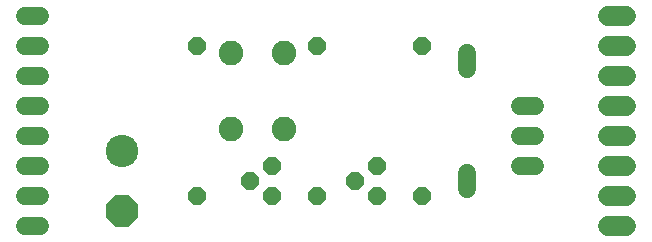
<source format=gbr>
From 6c924609416b82e6be68680874d86447cffa9fd9 Mon Sep 17 00:00:00 2001
From: jaseg <git@jaseg.de>
Date: Wed, 19 Jan 2022 13:40:04 +0100
Subject: Matcher WIP

---
 .../tests/resources/eagle-newer/soldermask_top.gbr | 93 ++++++++++++++++++++++
 1 file changed, 93 insertions(+)
 create mode 100644 gerbonara/gerber/tests/resources/eagle-newer/soldermask_top.gbr

(limited to 'gerbonara/gerber/tests/resources/eagle-newer/soldermask_top.gbr')

diff --git a/gerbonara/gerber/tests/resources/eagle-newer/soldermask_top.gbr b/gerbonara/gerber/tests/resources/eagle-newer/soldermask_top.gbr
new file mode 100644
index 0000000..6450ac1
--- /dev/null
+++ b/gerbonara/gerber/tests/resources/eagle-newer/soldermask_top.gbr
@@ -0,0 +1,93 @@
+G04 EAGLE Gerber X2 export*
+G04 #@! %TF.Part,Single*
+G04 #@! %TF.FileFunction,Soldermask,Top,1*
+G04 #@! %TF.FilePolarity,Negative*
+G04 #@! %TF.GenerationSoftware,Autodesk,EAGLE,9.0.0*
+G04 #@! %TF.CreationDate,2019-08-08T19:20:38Z*
+G75*
+%MOMM*%
+%FSLAX34Y34*%
+%LPD*%
+%AMOC8*
+5,1,8,0,0,1.08239X$1,22.5*%
+G01*
+%ADD10P,1.649562X8X112.500000*%
+%ADD11C,2.743200*%
+%ADD12P,2.969212X8X292.500000*%
+%ADD13P,1.649562X8X292.500000*%
+%ADD14C,1.524000*%
+%ADD15C,1.727200*%
+%ADD16C,2.082800*%
+
+
+D10*
+X292100Y63500D03*
+X273050Y50800D03*
+X292100Y38100D03*
+X381000Y63500D03*
+X361950Y50800D03*
+X381000Y38100D03*
+D11*
+X165100Y76200D03*
+D12*
+X165100Y25400D03*
+D13*
+X228600Y165100D03*
+X228600Y38100D03*
+D10*
+X330200Y38100D03*
+X330200Y165100D03*
+D14*
+X457200Y159004D02*
+X457200Y145796D01*
+X457200Y57404D02*
+X457200Y44196D01*
+D10*
+X419100Y38100D03*
+X419100Y165100D03*
+D14*
+X501396Y88900D02*
+X514604Y88900D01*
+X514604Y114300D02*
+X501396Y114300D01*
+X501396Y63500D02*
+X514604Y63500D01*
+X95504Y190500D02*
+X82296Y190500D01*
+X82296Y165100D02*
+X95504Y165100D01*
+X95504Y139700D02*
+X82296Y139700D01*
+X82296Y114300D02*
+X95504Y114300D01*
+X95504Y88900D02*
+X82296Y88900D01*
+X82296Y63500D02*
+X95504Y63500D01*
+X95504Y38100D02*
+X82296Y38100D01*
+X82296Y12700D02*
+X95504Y12700D01*
+D15*
+X576580Y12700D02*
+X591820Y12700D01*
+X591820Y38100D02*
+X576580Y38100D01*
+X576580Y63500D02*
+X591820Y63500D01*
+X591820Y88900D02*
+X576580Y88900D01*
+X576580Y114300D02*
+X591820Y114300D01*
+X591820Y139700D02*
+X576580Y139700D01*
+X576580Y165100D02*
+X591820Y165100D01*
+X591820Y190500D02*
+X576580Y190500D01*
+D16*
+X302006Y159512D03*
+X302006Y94488D03*
+X256794Y159512D03*
+X256794Y94488D03*
+M02*
-- 
cgit 


</source>
